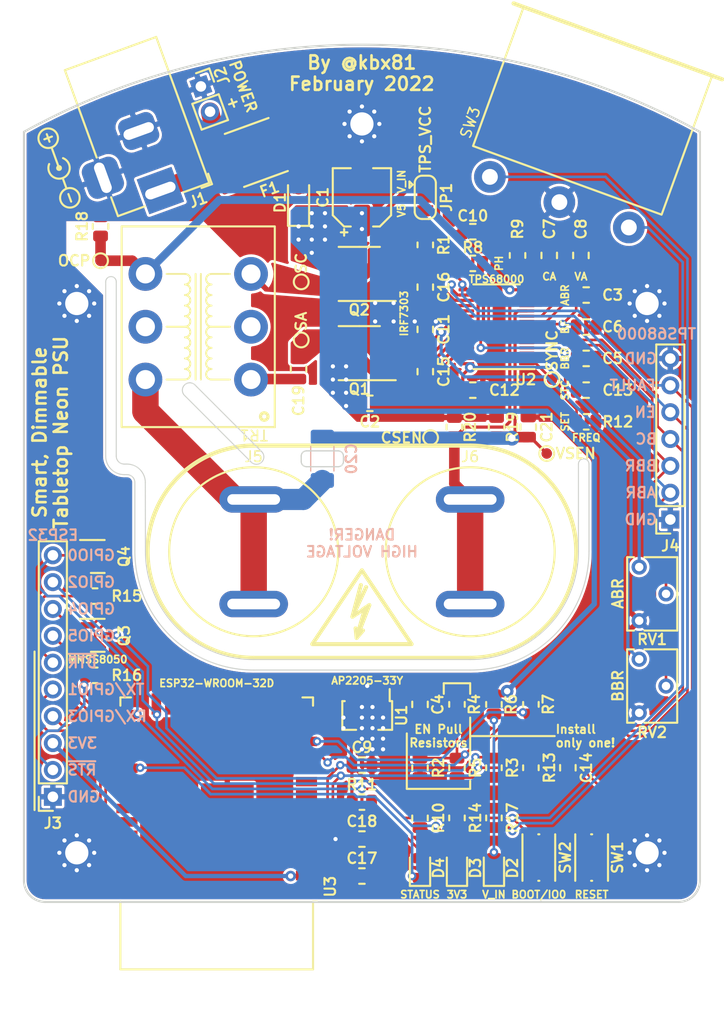
<source format=kicad_pcb>
(kicad_pcb (version 20211014) (generator pcbnew)
  (layers (0 "F.Cu" signal) (31 "B.Cu" signal) (34 "B.Paste" user) (35 "F.Paste" user) (36 "B.SilkS" user "B.Silkscreen") (37 "F.SilkS" user "F.Silkscreen") (38 "B.Mask" user) (39 "F.Mask" user) (44 "Edge.Cuts" user))
  (net 0 "")
  (net 1 "+12V")
  (net 2 "GND")
  (net 3 "/ABR")
  (net 4 "/BBR")
  (net 5 "/BF")
  (net 6 "/CAO")
  (net 7 "/CA-")
  (net 8 "/VA-")
  (net 9 "/VAO")
  (net 10 "+3V3")
  (net 11 "/TPS_VCC")
  (net 12 "/V5")
  (net 13 "/VREF")
  (net 14 "/STC")
  (net 15 "/ESP_EN")
  (net 16 "/SA")
  (net 17 "/V5A")
  (net 18 "/V5C")
  (net 19 "/SC")
  (net 20 "/HV")
  (net 21 "/VSEN")
  (net 22 "Net-(D1-Pad2)")
  (net 23 "Net-(D2-Pad2)")
  (net 24 "Net-(D3-Pad2)")
  (net 25 "/GPIO5")
  (net 26 "Net-(D4-Pad2)")
  (net 27 "Net-(F1-Pad2)")
  (net 28 "/~{RTS}")
  (net 29 "/GPIO3")
  (net 30 "/GPIO1")
  (net 31 "/~{DTR}")
  (net 32 "/GPIO4")
  (net 33 "/GPIO2")
  (net 34 "/GPIO0")
  (net 35 "/BC")
  (net 36 "/TPS_EN")
  (net 37 "/FAULT")
  (net 38 "/CSEN")
  (net 39 "/PH")
  (net 40 "/GA")
  (net 41 "/GB")
  (net 42 "/GD")
  (net 43 "/GC")
  (net 44 "Net-(Q3-Pad1)")
  (net 45 "Net-(Q4-Pad1)")
  (net 46 "/SET")
  (net 47 "/OCP")
  (net 48 "/SYNC")
  (net 51 "/GPI36")
  (net 52 "/GPI39")
  (net 53 "/GPI35")
  (net 54 "/GPIO32")
  (net 55 "/GPIO33")
  (net 56 "/GPIO25")
  (net 57 "/GPIO16")
  (net 58 "/GPIO17")
  (net 59 "/GPIO14")
  (net 60 "/GPIO12")
  (net 61 "/GPIO13")
  (net 68 "/GPIO15")
  (net 69 "/GPIO18")
  (net 70 "/GPIO19")
  (net 72 "/GPIO21")
  (net 73 "/GPIO22")
  (net 74 "/GPIO23")
  (net 75 "/XFMR")
  (footprint "Resistor_SMD:R_0805_2012Metric" (layer "F.Cu") (at 125.25 71 -90)
    (fp_text reference "R18")
    (fp_text value "100")
  )
  (footprint "Resistor_SMD:R_0805_2012Metric" (layer "F.Cu") (at 159 116.25 -90)
    (fp_text reference "R4")
    (fp_text value "100K")
  )
  (footprint "SmartNeonPSU:E-Switch_R1966A‎_7mm_RA" (layer "F.Cu") (at 171.5 61 160)
    (fp_text reference "SW3")
    (fp_text value "CONTROL")
  )
  (footprint "MountingHole:MountingHole_2.2mm_M2_Pad_Via" (layer "F.Cu") (at 177 78.3)
    (fp_text reference "H4")
    (fp_text value "MountingHole_Pad")
  )
  (footprint "Package_SO:TSSOP-30_4.4x7.8mm_P0.5mm" (layer "F.Cu") (at 162.75 80.5 180)
    (fp_text reference "U2")
    (fp_text value "TPS68000")
  )
  (footprint "Button_Switch_SMD:SW_Push_1P1T_NO_CK_KMR2" (layer "F.Cu") (at 166.75 130.75 90)
    (fp_text reference "SW2")
    (fp_text value "BOOT/IO0")
  )
  (footprint "MountingHole:MountingHole_2.2mm_M2_Pad_Via" (layer "F.Cu") (at 177 130.3)
    (fp_text reference "H3")
    (fp_text value "MountingHole_Pad")
  )
  (footprint "Capacitor_SMD:C_0805_2012Metric" (layer "F.Cu") (at 150.75 87.75)
    (fp_text reference "C2")
    (fp_text value "10 uF")
  )
  (footprint "Resistor_SMD:R_0805_2012Metric" (layer "F.Cu") (at 155.5 127 -90)
    (fp_text reference "R10")
    (fp_text value "2K")
  )
  (footprint "Package_TO_SOT_SMD:SOT-23" (layer "F.Cu") (at 124.985688 102.248376)
    (fp_text reference "Q4")
    (fp_text value "MMSS8050")
  )
  (footprint "Package_TO_SOT_SMD:SOT-89-3" (layer "F.Cu") (at 150.5 117 -90)
    (fp_text reference "U1")
    (fp_text value "AP2205-33Y")
  )
  (footprint "Capacitor_SMD:C_0805_2012Metric" (layer "F.Cu") (at 155.5 116.25 -90)
    (fp_text reference "C4")
    (fp_text value "10 uF")
  )
  (footprint "Resistor_SMD:R_0805_2012Metric" (layer "F.Cu") (at 155.5 122.25 -90)
    (fp_text reference "R2")
    (fp_text value "100K")
  )
  (footprint "Jumper:SolderJumper-3_P1.3mm_Bridged12_RoundedPad1.0x1.5mm" (layer "F.Cu") (at 156 68.25 -90)
    (fp_text reference "JP1")
    (fp_text value "TPS_VCC")
  )
  (footprint "Resistor_SMD:R_0805_2012Metric" (layer "F.Cu") (at 156 72.75 -90)
    (fp_text reference "R1")
    (fp_text value "100K")
  )
  (footprint "Capacitor_SMD:C_0805_2012Metric" (layer "F.Cu") (at 171.235688 77.498376)
    (fp_text reference "C3")
    (fp_text value "0.01 uF")
  )
  (footprint "SmartNeonPSU:SpringContact_9.9mm_5mm" (layer "F.Cu") (at 139.75 101.8)
    (fp_text reference "J5")
    (fp_text value "LAMP1+")
  )
  (footprint "TestPoint:TestPoint_Pad_D1.0mm" (layer "F.Cu") (at 144.25 76.25)
    (fp_text reference "TP6")
    (fp_text value "SC")
  )
  (footprint "Package_SO:SOIC-8_3.9x4.9mm_P1.27mm" (layer "F.Cu") (at 149.75 75.5 180)
    (fp_text reference "Q2")
    (fp_text value "IRF7303")
  )
  (footprint "Capacitor_SMD:C_0805_2012Metric" (layer "F.Cu") (at 167.735688 73.748376 -90)
    (fp_text reference "C7")
    (fp_text value "1000 pF")
  )
  (footprint "Resistor_SMD:R_0805_2012Metric" (layer "F.Cu") (at 124.735688 113.498375 180)
    (fp_text reference "R16")
    (fp_text value "10K")
  )
  (footprint "Resistor_SMD:R_0805_2012Metric" (layer "F.Cu") (at 162.75 90 -90)
    (fp_text reference "R19")
    (fp_text value "10K")
  )
  (footprint "SmartNeonPSU:B66206J1106T001" (layer "F.Cu") (at 134.5 80.5 180)
    (fp_text reference "TR1")
    (fp_text value "B66206J1106T001")
  )
  (footprint "LED_SMD:LED_0805_2012Metric" (layer "F.Cu") (at 159 131.75 90)
    (fp_text reference "D3")
    (fp_text value "3V3")
  )
  (footprint "TestPoint:TestPoint_Pad_D1.0mm" (layer "F.Cu") (at 144.25 81.75)
    (fp_text reference "TP5")
    (fp_text value "SA")
  )
  (footprint "Capacitor_SMD:C_0805_2012Metric" (layer "F.Cu") (at 160.5 71.5)
    (fp_text reference "C10")
    (fp_text value "1 uF")
  )
  (footprint "Resistor_SMD:R_0805_2012Metric" (layer "F.Cu") (at 162.5 122.25 90)
    (fp_text reference "R3")
    (fp_text value "100K")
  )
  (footprint "Capacitor_SMD:C_0805_2012Metric" (layer "F.Cu") (at 171.235688 80.528866 180)
    (fp_text reference "C6")
    (fp_text value "0.047 uF")
  )
  (footprint "Capacitor_SMD:C_0805_2012Metric" (layer "F.Cu") (at 171.235688 86.5 180)
    (fp_text reference "C13")
    (fp_text value "1 uF")
  )
  (footprint "Resistor_SMD:R_0805_2012Metric" (layer "F.Cu") (at 158.75 90 -90)
    (fp_text reference "R20")
    (fp_text value "392")
  )
  (footprint "Resistor_SMD:R_0805_2012Metric" (layer "F.Cu") (at 166 122.25 90)
    (fp_text reference "R13")
    (fp_text value "10K")
  )
  (footprint "Potentiometer_THT:Potentiometer_Bourns_3266W_Vertical" (layer "F.Cu") (at 176.253442 111.973376 90)
    (fp_text reference "RV2")
    (fp_text value "200K")
  )
  (footprint "Resistor_SMD:R_0805_2012Metric" (layer "F.Cu") (at 171.235688 89.5)
    (fp_text reference "R12")
    (fp_text value "162K")
  )
  (footprint "Capacitor_SMD:C_0805_2012Metric" (layer "F.Cu") (at 156 80.75 90)
    (fp_text reference "C11")
    (fp_text value "2.2 uF")
  )
  (footprint "Capacitor_SMD:C_0805_2012Metric" (layer "F.Cu") (at 150 122)
    (fp_text reference "C9")
    (fp_text value "2.2 uF")
  )
  (footprint "NeonPSU:Symbol_HighVoltage_Type2_SilkScreenTop_VerySmall" (layer "F.Cu") (at 150 107.75)
    (fp_text reference "REF**")
    (fp_text value "Symbol_HighVoltage_Type2_SilkScreenTop_VerySmall")
  )
  (footprint "Symbol:Symbol_Barrel_Polarity" (layer "F.Cu") (at 121.249998 65.500002 110)
    (fp_text reference "REF**" hide)
    (fp_text value "Symbol_Barrel_Polarity")
  )
  (footprint "LED_SMD:LED_0805_2012Metric" (layer "F.Cu") (at 162.5 131.75 90)
    (fp_text reference "D2")
    (fp_text value "V_IN")
  )
  (footprint "Resistor_SMD:R_0805_2012Metric" (layer "F.Cu") (at 164.735688 73.748376 90)
    (fp_text reference "R9")
    (fp_text value "10K")
  )
  (footprint "Capacitor_SMD:C_0805_2012Metric" (layer "F.Cu") (at 144 84.5 90)
    (fp_text reference "C19")
    (fp_text value "4.7 uF")
  )
  (footprint "TestPoint:TestPoint_Pad_D1.0mm" (layer "F.Cu") (at 156.5 90.999999)
    (fp_text reference "TP1")
    (fp_text value "CSEN")
  )
  (footprint "SmartNeonPSU:SpringContact_9.9mm_5mm" (layer "F.Cu") (at 160.25 101.8)
    (fp_text reference "J6")
    (fp_text value "LAMP1-")
  )
  (footprint "MountingHole:MountingHole_2.2mm_M2_Pad_Via" (layer "F.Cu") (at 123 130.3)
    (fp_text reference "H2")
    (fp_text value "MountingHole_Pad")
  )
  (footprint "Connector_PinSocket_2.54mm:PinSocket_1x07_P2.54mm_Vertical" (layer "F.Cu") (at 179.2 98.749999 180)
    (fp_text reference "J4")
    (fp_text value "TPS_IO")
  )
  (footprint "Resistor_SMD:R_0805_2012Metric" (layer "F.Cu") (at 162.5 116.25 -90)
    (fp_text reference "R6")
    (fp_text value "10K")
  )
  (footprint "Resistor_SMD:R_0805_2012Metric" (layer "F.Cu") (at 160.5 74.5 180)
    (fp_text reference "R8")
    (fp_text value "10K")
  )
  (footprint "Capacitor_SMD:C_0805_2012Metric" (layer "F.Cu") (at 150 132.5)
    (fp_text reference "C17")
    (fp_text value "47 uF")
  )
  (footprint "Resistor_SMD:R_0805_2012Metric" (layer "F.Cu") (at 124.730272 105.998376 180)
    (fp_text reference "R15")
    (fp_text value "10K")
  )
  (footprint "Resistor_SMD:R_0805_2012Metric" (layer "F.Cu") (at 150 125.5)
    (fp_text reference "R11")
    (fp_text value "1K")
  )
  (footprint "LED_SMD:LED_0805_2012Metric" (layer "F.Cu") (at 155.5 131.75 90)
    (fp_text reference "D4")
    (fp_text value "STATUS")
  )
  (footprint "Capacitor_SMD:C_0805_2012Metric" (layer "F.Cu") (at 170.735688 73.748376 90)
    (fp_text reference "C8")
    (fp_text value "0.01 uF")
  )
  (footprint "Connector_PinSocket_2.54mm:PinSocket_1x02_P2.54mm_Vertical" (layer "F.Cu") (at 134.749998 57.750002 20)
    (fp_text reference "J2")
    (fp_text value "POWER")
  )
  (footprint "Capacitor_SMD:C_0805_2012Metric" (layer "F.Cu") (at 160.5 86.5)
    (fp_text reference "C12")
    (fp_text value "0.22 uF")
  )
  (footprint "Capacitor_SMD:C_0805_2012Metric" (layer "F.Cu") (at 171.235688 83.498376)
    (fp_text reference "C5")
    (fp_text value "0.01 uF")
  )
  (footprint "Connector_BarrelJack:BarrelJack_Horizontal" (layer "F.Cu") (at 130.915038 67.608002 -70)
    (fp_text reference "J1")
    (fp_text value "POWER")
  )
  (footprint "Fuse:Fuse_2920_7451Metric" (layer "F.Cu") (at 139.999998 64.000002 -160)
    (fp_text reference "F1")
    (fp_text value "2A")
  )
  (footprint "TestPoint:TestPoint_Pad_D1.0mm" (layer "F.Cu") (at 167.5 92.5)
    (fp_text reference "TP2")
    (fp_text value "VSEN")
  )
  (footprint "Capacitor_SMD:C_0805_2012Metric" (layer "F.Cu") (at 165.75 90 90)
    (fp_text reference "C21")
    (fp_text value "6800 pF")
  )
  (footprint "Resistor_SMD:R_0805_2012Metric" (layer "F.Cu") (at 166 116.25 -90)
    (fp_text reference "R7")
    (fp_text value "10K")
  )
  (footprint "Resistor_SMD:R_0805_2012Metric" (layer "F.Cu") (at 162.5 127 -90)
    (fp_text reference "R17")
    (fp_text value "10K")
  )
  (footprint "MountingHole:MountingHole_2.2mm_M2_Pad_Via" (layer "F.Cu") (at 150 61.3)
    (fp_text reference "H5")
    (fp_text value "MountingHole_Pad")
  )
  (footprint "TestPoint:TestPoint_Pad_D1.0mm" (layer "F.Cu") (at 168 85.5)
    (fp_text reference "TP3")
    (fp_text value "SYNC")
  )
  (footprint "MountingHole:MountingHole_2.2mm_M2_Pad_Via" (layer "F.Cu") (at 123 78.3)
    (fp_text reference "H1")
    (fp_text value "MountingHole_Pad")
  )
  (footprint "Resistor_SMD:R_0805_2012Metric" (layer "F.Cu") (at 159 127 -90)
    (fp_text reference "R14")
    (fp_text value "10K")
  )
  (footprint "RF_Module:ESP32-WROOM-32" (layer "F.Cu") (at 136.25 125.471736 180)
    (fp_text reference "U3")
    (fp_text value "ESP32-WROOM-32D")
  )
  (footprint "Capacitor_SMD:C_0805_2012Metric" (layer "F.Cu") (at 169.5 122.25 -90)
    (fp_text reference "C14")
    (fp_text value "1 uF")
  )
  (footprint "TestPoint:TestPoint_Pad_D1.0mm" (layer "F.Cu") (at 125.25 74.25 180)
    (fp_text reference "TP4")
    (fp_text value "OCP")
  )
  (footprint "Potentiometer_THT:Potentiometer_Bourns_3266W_Vertical" (layer "F.Cu") (at 176.253442 103.248376 90)
    (fp_text reference "RV1")
    (fp_text value "200K")
  )
  (footprint "Package_TO_SOT_SMD:SOT-23" (layer "F.Cu") (at 124.985688 109.712759)
    (fp_text reference "Q3")
    (fp_text value "MMSS8050")
  )
  (footprint "Button_Switch_SMD:SW_Push_1P1T_NO_CK_KMR2" (layer "F.Cu") (at 171.75 130.75 -90)
    (fp_text reference "SW1")
    (fp_text value "RESET")
  )
  (footprint "Capacitor_SMD:C_0805_2012Metric" (layer "F.Cu") (at 156 84.75 90)
    (fp_text reference "C15")
    (fp_text value "1 uF")
  )
  (footprint "Capacitor_SMD:C_0805_2012Metric" (layer "F.Cu") (at 150 129)
    (fp_text reference "C18")
    (fp_text value "47 uF")
  )
  (footprint "Capacitor_SMD:C_0805_2012Metric" (layer "F.Cu") (at 156 76.75 90)
    (fp_text reference "C16")
    (fp_text value "1 uF")
  )
  (footprint "Resistor_SMD:R_0805_2012Metric" (layer "F.Cu") (at 159 122.25 90)
    (fp_text reference "R5")
    (fp_text value "100K")
  )
  (footprint "Package_SO:SOIC-8_3.9x4.9mm_P1.27mm" (layer "F.Cu") (at 149.75 83 180)
    (fp_text reference "Q1")
    (fp_text value "IRF7303")
  )
  (footprint "Diode_SMD:D_SOD-123F" (layer "F.Cu") (at 143.999998 68.750002 90)
    (fp_text reference "D1")
    (fp_text value "N/A")
  )
  (footprint "Capacitor_SMD:CP_Elec_5x5.3" (layer "F.Cu") (at 150 68.25 90)
    (fp_text reference "C1")
    (fp_text value "100 uF")
  )
  (footprint "Connector_PinSocket_2.54mm:PinSocket_1x10_P2.54mm_Vertical" (layer "F.Cu") (at 120.735688 124.998376 180)
    (fp_text reference "J3")
    (fp_text value "SERIAL+GPIO")
  )
  (footprint "Capacitor_SMD:C_1808_4520Metric_Slot" (layer "B.Cu") (at 146.25 93 90)
    (fp_text reference "C20")
    (fp_text value "10 pF")
    (fp_line (start -0.75 -1.5) (end -0.75 1.5) (layer "Edge.Cuts") (width 0.12))
    (fp_line (start 0.75 1.5) (end 0.75 -1.5) (layer "Edge.Cuts") (width 0.12))
    (fp_line (start -0.25 2) (end 0.25 2) (layer "Edge.Cuts") (width 0.12))
    (fp_line (start 0.25 -2) (end -0.25 -2) (layer "Edge.Cuts") (width 0.12))
    (fp_arc (start 0.75 1.5) (mid 0.603553 1.853553) (end 0.25 2) (layer "Edge.Cuts") (width 0.12))
    (fp_arc (start -0.75 -1.5) (mid -0.603553 -1.853553) (end -0.25 -2) (layer "Edge.Cuts") (width 0.12))
    (fp_arc (start -0.25 2) (mid -0.603553 1.853553) (end -0.75 1.5) (layer "Edge.Cuts") (width 0.12))
    (fp_arc (start 0.25 -2) (mid 0.603553 -1.853553) (end 0.75 -1.5) (layer "Edge.Cuts") (width 0.12))
  )
  (gr_line (start 154.25 118.999998) (end 154.25 124.249998) (layer "F.SilkS") (width 0.2))
  (gr_line (start 119 126.25) (end 119 111.25) (layer "F.SilkS") (width 0.2))
  (gr_line (start 160.25 124.249998) (end 160.25 123.499998) (layer "F.SilkS") (width 0.2))
  (gr_arc (start 139.75 111.85) (mid 129.7 101.8) (end 139.75 91.75) (layer "F.SilkS") (width 0.4))
  (gr_line (start 139.75 111.85) (end 160.25 111.85) (layer "F.SilkS") (width 0.4))
  (gr_line (start 154.25 124.249998) (end 160.25 124.249998) (layer "F.SilkS") (width 0.2))
  (gr_line (start 160.25 114.249998) (end 157.75 114.249998) (layer "F.SilkS") (width 0.2))
  (gr_line (start 160.25 120.999998) (end 160.25 117.499998) (layer "F.SilkS") (width 0.2))
  (gr_arc (start 160.25 91.75) (mid 170.3 101.8) (end 160.25 111.85) (layer "F.SilkS") (width 0.4))
  (gr_line (start 139.75 91.75) (end 160.25 91.75) (layer "F.SilkS") (width 0.4))
  (gr_line (start 160.25 119.25) (end 168.25 119.25) (layer "F.SilkS") (width 0.2))
  (gr_line (start 157.75 114.249998) (end 157.75 115.249998) (layer "F.SilkS") (width 0.2))
  (gr_line (start 160.25 115.249998) (end 160.25 114.249998) (layer "F.SilkS") (width 0.2))
  (gr_arc (start 182 132.951866) (mid 181.413827 134.365146) (end 180 134.95) (layer "Edge.Cuts") (width 0.2))
  (gr_arc (start 127.749709 94.5) (mid 128.280184 94.71961) (end 128.5 95.25) (layer "Edge.Cuts") (width 0.1))
  (gr_line (start 182 132.951866) (end 182 62.047951) (layer "Edge.Cuts") (width 0.2))
  (gr_arc (start 170.5 93.5) (mid 171 93) (end 171.5 93.5) (layer "Edge.Cuts") (width 0.1))
  (gr_line (start 126.738519 92.750002) (end 126.739454 76.250002) (layer "Edge.Cuts") (width 0.1))
  (gr_arc (start 171.5 101.75) (mid 168.204951 109.704951) (end 160.25 113) (layer "Edge.Cuts") (width 0.1))
  (gr_line (start 139.75 112) (end 160.25 112) (layer "Edge.Cuts") (width 0.1))
  (gr_arc (start 139.75 112) (mid 132.502155 108.997845) (end 129.5 101.75) (layer "Edge.Cuts") (width 0.1))
  (gr_arc (start 139.749998 113) (mid 131.795047 109.704951) (end 128.499998 101.75) (layer "Edge.Cuts") (width 0.1))
  (gr_line (start 171.5 101.75) (end 171.5 93.5) (layer "Edge.Cuts") (width 0.1))
  (gr_line (start 134.225274 86.042457) (end 140.475274 92.292457) (layer "Edge.Cuts") (width 0.1))
  (gr_arc (start 127.489454 94.500002) (mid 126.252019 93.987595) (end 125.739994 92.750002) (layer "Edge.Cuts") (width 0.1))
  (gr_line (start 129.5 101.75) (end 129.489454 95.249959) (layer "Edge.Cuts") (width 0.1))
  (gr_arc (start 133.235688 87.033273) (mid 133.202687 86.010727) (end 134.225274 86.042457) (layer "Edge.Cuts") (width 0.1))
  (gr_line (start 133.235688 87.033273) (end 139.485688 93.283273) (layer "Edge.Cuts") (width 0.1))
  (gr_arc (start 120 134.95) (mid 118.585786 134.364213) (end 118 132.949998) (layer "Edge.Cuts") (width 0.2))
  (gr_line (start 127.48881 93.500002) (end 127.739994 93.499959) (layer "Edge.Cuts") (width 0.1))
  (gr_line (start 120 134.95) (end 180 134.95) (layer "Edge.Cuts") (width 0.2))
  (gr_arc (start 170.5 101.75) (mid 167.497845 108.997845) (end 160.25 112) (layer "Edge.Cuts") (width 0.1))
  (gr_arc (start 127.48881 93.500002) (mid 126.958335 93.280392) (end 126.738519 92.750002) (layer "Edge.Cuts") (width 0.1))
  (gr_arc (start 140.475274 92.292457) (mid 140.508275 93.315003) (end 139.485688 93.283273) (layer "Edge.Cuts") (width 0.1))
  (gr_line (start 170.5 101.75) (end 170.5 93.5) (layer "Edge.Cuts") (width 0.1))
  (gr_arc (start 118 62.047951) (mid 150 53.801975) (end 182 62.047951) (layer "Edge.Cuts") (width 0.2))
  (gr_line (start 139.749998 113) (end 160.25 113) (layer "Edge.Cuts") (width 0.1))
  (gr_line (start 125.739994 92.750002) (end 125.739454 76.250002) (layer "Edge.Cuts") (width 0.1))
  (gr_line (start 128.499998 101.75) (end 128.5 95.25) (layer "Edge.Cuts") (width 0.1))
  (gr_line (start 118 62.047951) (end 118 132.949998) (layer "Edge.Cuts") (width 0.2))
  (gr_arc (start 127.739994 93.499959) (mid 128.977429 94.012366) (end 129.489454 95.249959) (layer "Edge.Cuts") (width 0.1))
  (gr_line (start 127.489454 94.500002) (end 127.749709 94.5) (layer "Edge.Cuts") (width 0.1))
  (gr_arc (start 125.739454 76.250002) (mid 126.239454 75.750002) (end 126.739454 76.250002) (layer "Edge.Cuts") (width 0.1))
  (gr_text "DANGER!\nHIGH VOLTAGE" (at 150 101) (layer "B.SilkS") (effects (font (size 1 1) (thickness 0.2)) (justify mirror)))
  (gr_text "By @kbx81\nFebruary 2022" (at 149.985688 56.498376) (layer "F.SilkS") (effects (font (size 1.25 1.25) (thickness 0.25))))
  (gr_text "Install\nonly one!" (at 168.25 119.25) (layer "F.SilkS") (effects (font (size 0.8 0.8) (thickness 0.18)) (justify left)))
  (gr_text "EN Pull\nResistors" (at 157.25 119.249998) (layer "F.SilkS") (effects (font (size 0.8 0.8) (thickness 0.18))))
  (gr_text "Smart, Dimmable\nTabletop Neon PSU" (at 120.485688 90.498376 90) (layer "F.SilkS") (effects (font (size 1.25 1.25) (thickness 0.25))))
  (segment (start 163.4125 115.3375) (end 162.5 115.3375) (width 0.5) (layer "F.Cu") (net 1))
  (segment (start 155.5375 115.3375) (end 155.5 115.3) (width 0.5) (layer "F.Cu") (net 1))
  (segment (start 151.3 70.45) (end 154.8 66.95) (width 0.5) (layer "F.Cu") (net 1))
  (segment (start 155.45 115.35) (end 155.5 115.3) (width 0.5) (layer "F.Cu") (net 1))
  (segment (start 154.8 66.95) (end 156 66.95) (width 0.5) (layer "F.Cu") (net 1))
  (segment (start 152 115.35) (end 155.45 115.35) (width 0.5) (layer "F.Cu") (net 1))
  (segment (start 163.75 115) (end 163.4125 115.3375) (width 0.5) (layer "F.Cu") (net 1))
  (segment (start 150 70.45) (end 151.3 70.45) (width 0.5) (layer "F.Cu") (net 1))
  (segment (start 159 115.3375) (end 162.5 115.3375) (width 0.5) (layer "F.Cu") (net 1))
  (segment (start 159 115.3375) (end 155.5375 115.3375) (width 0.5) (layer "F.Cu") (net 1))
  (via (at 147.25 86.75) (size 0.8) (drill 0.4) (layers "F.Cu" "B.Cu") (net 1))
  (via (at 145.249998 73.500002) (size 0.8) (drill 0.4) (layers "F.Cu" "B.Cu") (net 1))
  (via (at 144 72.25) (size 0.8) (drill 0.4) (layers "F.Cu" "B.Cu") (net 1))
  (via (at 146.499998 71.000002) (size 0.8) (drill 0.4) (layers "F.Cu" "B.Cu") (net 1))
  (via (at 145.25 69.75) (size 0.8) (drill 0.4) (layers "F.Cu" "B.Cu") (net 1))
  (via (at 145.25 71) (size 0.8) (drill 0.4) (layers "F.Cu" "B.Cu") (net 1))
  (via (at 144 71) (size 0.8) (drill 0.4) (layers "F.Cu" "B.Cu") (net 1))
  (via (at 146.499998 72.250002) (size 0.8) (drill 0.4) (layers "F.Cu" "B.Cu") (net 1))
  (via (at 150 69.75) (size 0.8) (drill 0.4) (layers "F.Cu" "B.Cu") (net 1))
  (via (at 163.75 115) (size 1.2) (drill 0.6) (layers "F.Cu" "B.Cu") (net 1))
  (via (at 145.25 72.25) (size 0.8) (drill 0.4) (layers "F.Cu" "B.Cu") (net 1))
  (via (at 148.5 85.5) (size 0.8) (drill 0.4) (layers "F.Cu" "B.Cu") (net 1))
  (via (at 147.25 84.25) (size 0.8) (drill 0.4) (layers "F.Cu" "B.Cu") (net 1))
  (via (at 150 71.25) (size 0.8) (drill 0.4) (layers "F.Cu" "B.Cu") (net 1))
  (via (at 147.25 85.5) (size 0.8) (drill 0.4) (layers "F.Cu" "B.Cu") (net 1))
  (via (at 148.5 84.25) (size 0.8) (drill 0.4) (layers "F.Cu" "B.Cu") (net 1))
  (via (at 146.499998 69.750002) (size 0.8) (drill 0.4) (layers "F.Cu" "B.Cu") (net 1))
  (via (at 148.5 88) (size 0.8) (drill 0.4) (layers "F.Cu" "B.Cu") (net 1))
  (via (at 148.5 86.75) (size 0.8) (drill 0.4) (layers "F.Cu" "B.Cu") (net 1))
  (segment (start 172 93) (end 167.498376 88.498376) (width 0.5) (layer "B.Cu") (net 1))
  (segment (start 172 106.75) (end 172 93) (width 0.5) (layer "B.Cu") (net 1))
  (segment (start 167.498376 88.498376) (end 148.998376 88.498376) (width 0.5) (layer "B.Cu") (net 1))
  (segment (start 163.75 115) (end 172 106.75) (width 0.5) (layer "B.Cu") (net 1))
  (segment (start 148.998376 88.498376) (end 148.5 88) (width 0.5) (layer "B.Cu") (net 1))
  (segment (start 161 83.5) (end 161.45 83.95) (width 0.25) (layer "F.Cu") (net 2))
  (segment (start 156.8 79.8) (end 157 80) (width 0.25) (layer "F.Cu") (net 2))
  (segment (start 156 79.8) (end 156.8 79.8) (width 0.25) (layer "F.Cu") (net 2))
  (segment (start 161.45 83.95) (end 161.45 86.5) (width 0.25) (layer "F.Cu") (net 2))
  (segment (start 159.8875 80) (end 157 80) (width 0.25) (layer "F.Cu") (net 2))
  (segment (start 159.8875 83.5) (end 161 83.5) (width 0.25) (layer "F.Cu") (net 2))
  (via (at 153 80) (size 0.8) (drill 0.4) (layers "F.Cu" "B.Cu") (net 2))
  (via (at 150 116.499998) (size 0.8) (drill 0.4) (layers "F.Cu" "B.Cu") (net 2))
  (via (at 148.25 117.499998) (size 0.8) (drill 0.4) (layers "F.Cu" "B.Cu") (net 2))
  (via (at 150.5 114.499998) (size 0.8) (drill 0.4) (layers "F.Cu" "B.Cu") (net 2))
  (via (at 150 120.499998) (size 0.8) (drill 0.4) (layers "F.Cu" "B.Cu") (net 2))
  (via (at 153 78.25) (size 0.8) (drill 0.4) (layers "F.Cu" "B.Cu") (net 2))
  (via (at 151 119.499998) (size 0.8) (drill 0.4) (layers "F.Cu" "B.Cu") (net 2))
  (via (at 151.25 78.25) (size 0.8) (drill 0.4) (layers "F.Cu" "B.Cu") (net 2))
  (via (at 155 80) (size 0.8) (drill 0.4) (layers "F.Cu" "B.Cu") (net 2))
  (via (at 157 80) (size 0.8) (drill 0.4) (layers "F.Cu" "B.Cu") (net 2))
  (via (at 147.5 129) (size 0.8) (drill 0.4) (layers "F.Cu" "B.Cu") (net 2))
  (via (at 150 118.499998) (size 0.8) (drill 0.4) (layers "F.Cu" "B.Cu") (net 2))
  (via (at 152 117.499998) (size 0.8) (drill 0.4) (layers "F.Cu" "B.Cu") (net 2))
  (via (at 151 117.499998) (size 0.8) (drill 0.4) (layers "F.Cu" "B.Cu") (net 2))
  (via (at 152 120.499998) (size 0.8) (drill 0.4) (layers "F.Cu" "B.Cu") (net 2))
  (via (at 150 117.499998) (size 0.8) (drill 0.4) (layers "F.Cu" "B.Cu") (net 2))
  (via (at 151 120.499998) (size 0.8) (drill 0.4) (layers "F.Cu" "B.Cu") (net 2))
  (via (at 150 119.499998) (size 0.8) (drill 0.4) (layers "F.Cu" "B.Cu") (net 2))
  (via (at 148.25 118.499998) (size 0.8) (drill 0.4) (layers "F.Cu" "B.Cu") (net 2))
  (via (at 152 118.499998) (size 0.8) (drill 0.4) (layers "F.Cu" "B.Cu") (net 2))
  (via (at 151.25 80) (size 0.8) (drill 0.4) (layers "F.Cu" "B.Cu") (net 2))
  (via (at 151 116.499998) (size 0.8) (drill 0.4) (layers "F.Cu" "B.Cu") (net 2))
  (via (at 151 118.499998) (size 0.8) (drill 0.4) (layers "F.Cu" "B.Cu") (net 2))
  (via (at 152 119.499998) (size 0.8) (drill 0.4) (layers "F.Cu" "B.Cu") (net 2))
  (segment (start 178.793442 100.55613) (end 178.793442 105.788376) (width 0.25) (layer "F.Cu") (net 3))
  (segment (start 168.25 80.25) (end 169 80.25) (width 0.25) (layer "F.Cu") (net 3))
  (segment (start 170.285688 78.964312) (end 169 80.25) (width 0.25) (layer "F.Cu") (net 3))
  (segment (start 165.6125 80.5) (end 168 80.5) (width 0.25) (layer "F.Cu") (net 3))
  (segment (start 177.985688 97.424311) (end 177.985688 99.748376) (width 0.25) (layer "F.Cu") (net 3))
  (segment (start 177.985688 99.748376) (end 178.793442 100.55613) (width 0.25) (layer "F.Cu") (net 3))
  (segment (start 168 80.5) (end 168.25 80.25) (width 0.25) (layer "F.Cu") (net 3))
  (segment (start 179.2 96.209999) (end 177.985688 97.424311) (width 0.25) (layer "F.Cu") (net 3))
  (segment (start 170.285688 77.498376) (end 170.285688 78.964312) (width 0.25) (layer "F.Cu") (net 3))
  (via (at 169 80.25) (size 0.8) (drill 0.4) (layers "F.Cu" "B.Cu") (net 3))
  (segment (start 169.987312 80.25) (end 177.735688 87.998376) (width 0.25) (layer "B.Cu") (net 3))
  (segment (start 177.735688 87.998376) (end 177.735688 94.745687) (width 0.25) (layer "B.Cu") (net 3))
  (segment (start 177.735688 94.745687) (end 179.2 96.209999) (width 0.25) (layer "B.Cu") (net 3))
  (segment (start 169 80.25) (end 169.987312 80.25) (width 0.25) (layer "B.Cu") (net 3))
  (segment (start 177.735688 106.498376) (end 177.735688 100.270413) (width 0.25) (layer "F.Cu") (net 4))
  (segment (start 170.985688 82.248376) (end 172.485688 82.248376) (width 0.25) (layer "F.Cu") (net 4))
  (segment (start 177.485688 100.020413) (end 177.485688 95.384311) (width 0.25) (layer "F.Cu") (net 4))
  (segment (start 178.793442 114.513376) (end 178.793442 107.55613) (width 0.25) (layer "F.Cu") (net 4))
  (segment (start 178.793442 107.55613) (end 177.735688 106.498376) (width 0.25) (layer "F.Cu") (net 4))
  (segment (start 177.485688 91.955687) (end 179.2 93.669999) (width 0.25) (layer "F.Cu") (net 4))
  (segment (start 165.6125 82) (end 169.25 82) (width 0.25) (layer "F.Cu") (net 4))
  (segment (start 172.485688 82.248376) (end 177.485688 87.248376) (width 0.25) (layer "F.Cu") (net 4))
  (segment (start 177.485688 95.384311) (end 179.2 93.669999) (width 0.25) (layer "F.Cu") (net 4))
  (segment (start 177.485688 87.248376) (end 177.485688 91.955687) (width 0.25) (layer "F.Cu") (net 4))
  (segment (start 177.735688 100.270413) (end 177.485688 100.020413) (width 0.25) (layer "F.Cu") (net 4))
  (segment (start 170.285688 83.498376) (end 170.285688 83.035688) (width 0.25) (layer "F.Cu") (net 4))
  (segment (start 170.285688 83.498376) (end 170.285688 82.948376) (width 0.25) (layer "F.Cu") (net 4))
  (segment (start 169.25 82) (end 170.285688 83.035688) (width 0.25) (layer "F.Cu") (net 4))
  (segment (start 170.285688 82.948376) (end 170.985688 82.248376) (width 0.25) (layer "F.Cu") (net 4))
  (segment (start 165.6125 81) (end 169.814554 81) (width 0.25) (layer "F.Cu") (net 5))
  (segment (start 169.814554 81) (end 170.285688 80.528866) (width 0.25) (layer "F.Cu") (net 5))
  (segment (start 166.484064 78) (end 167.735688 76.748376) (width 0.25) (layer "F.Cu") (net 6))
  (segment (start 165.6125 78) (end 166.484064 78) (width 0.25) (layer "F.Cu") (net 6))
  (segment (start 167.735688 76.748376) (end 167.735688 74.698376) (width 0.25) (layer "F.Cu") (net 6))
  (segment (start 168.235688 76.248376) (end 168.985688 75.498376) (width 0.25) (layer "F.Cu") (net 7))
  (segment (start 168.235688 77.248376) (end 168.235688 76.248376) (width 0.25) (layer "F.Cu") (net 7))
  (segment (start 168.985688 73.748376) (end 168.035688 72.798376) (width 0.25) (layer "F.Cu") (net 7))
  (segment (start 168.985688 75.498376) (end 168.985688 73.748376) (width 0.25) (layer "F.Cu") (net 7))
  (segment (start 166.984064 78.5) (end 168.235688 77.248376) (width 0.25) (layer "F.Cu") (net 7))
  (segment (start 165.6125 78.5) (end 166.984064 78.5) (width 0.25) (layer "F.Cu") (net 7))
  (segment (start 168.035688 72.798376) (end 167.735688 72.798376) (width 0.25) (layer "F.Cu") (net 7))
  (segment (start 166.984064 79.5) (end 165.6125 79.5) (width 0.25) (layer "F.Cu") (net 8))
  (segment (start 168.735688 77.748376) (end 166.984064 79.5) (width 0.25) (layer "F.Cu") (net 8))
  (segment (start 170.735688 72.798376) (end 170.435688 72.798376) (width 0.25) (layer "F.Cu") (net 8))
  (segment (start 170.435688 72.798376) (end 169.686168 73.547896) (width 0.25) (layer "F.Cu") (net 8))
  (segment (start 169.686168 73.547896) (end 169.686168 75.797896) (width 0.25) (layer "F.Cu") (net 8))
  (segment (start 169.686168 75.797896) (end 168.735688 76.748376) (width 0.25) (layer "F.Cu") (net 8))
  (segment (start 168.735688 76.748376) (end 168.735688 77.748376) (width 0.25) (layer "F.Cu") (net 8))
  (segment (start 169.235688 76.998376) (end 169.235688 78.248376) (width 0.25) (layer "F.Cu") (net 9))
  (segment (start 169.235688 78.248376) (end 167.484064 80) (width 0.25) (layer "F.Cu") (net 9))
  (segment (start 167.484064 80) (end 165.6125 80) (width 0.25) (layer "F.Cu") (net 9))
  (segment (start 170.735688 74.698376) (end 170.735688 75.498376) (width 0.25) (layer "F.Cu") (net 9))
  (segment (start 170.735688 75.498376) (end 169.235688 76.998376) (width 0.25) (layer "F.Cu") (net 9))
  (segment (start 159 123.1625) (end 162.5 123.1625) (width 0.3) (layer "F.Cu") (net 10))
  (segment (start 149.05 129) (end 149.05 125.5375) (width 0.3) (layer "F.Cu") (net 10))
  (segment (start 149.05 122) (end 149.05 122.05) (width 0.3) (layer "F.Cu") (net 10))
  (segment (start 149.05 122.05) (end 150.75 123.75) (width 0.3) (layer "F.Cu") (net 10))
  (segment (start 149.05 132.5) (end 149.05 129) (width 0.3) (layer "F.Cu") (net 10))
  (segment (start 159 126.0875) (end 162.5 126.0875) (width 0.3) (layer "F.Cu") (net 10))
  (segment (start 149 115.35) (end 149 121.95) (width 0.3) (layer "F.Cu") (net 10))
  (segment (start 144.706736 132.5) (end 144.75 132.456736) (width 0.4) (layer "F.Cu") (net 10))
  (segment (start 155.5 126.0875) (end 159 126.0875) (width 0.3) (layer "F.Cu") (net 10))
  (segment (start 153.8375 126.0875) (end 155.5 126.0875) (width 0.3) (layer "F.Cu") (net 10))
  (segment (start 150.75 123.75) (end 151.5 123.75) (width 0.3) (layer "F.Cu") (net 10))
  (segment (start 144.75 132.456736) (end 149.006736 132.456736) (width 0.4) (layer "F.Cu") (net 10))
  (segment (start 149.05 125.5375) (end 149.0875 125.5) (width 0.3) (layer "F.Cu") (net 10))
  (segment (start 149.006736 132.456736) (end 149.05 132.5) (width 0.4) (layer "F.Cu") (net 10))
  (segment (start 151.5 123.75) (end 153.8375 126.0875) (width 0.3) (layer "F.Cu") (net 10))
  (segment (start 143.25 132.5) (end 144.706736 132.5) (width 0.4) (layer "F.Cu") (net 10))
  (segment (start 162.5 123.1625) (end 166 123.1625) (width 0.3) (layer "F.Cu") (net 10))
  (segment (start 149.05 125.4625) (end 149.05 122) (width 0.3) (layer "F.Cu") (net 10))
  (segment (start 159 126.0875) (end 159 123.1625) (width 0.3) (layer "F.Cu") (net 10))
  (segment (start 149.0875 125.5) (end 149.05 125.4625) (width 0.3) (layer "F.Cu") (net 10))
  (segment (start 149 121.95) (end 149.05 122) (width 0.3) (layer "F.Cu") (net 10))
  (via (at 143.25 132.5) (size 1) (drill 0.5) (layers "F.Cu" "B.Cu") (net 10))
  (segment (start 120.735688 119.918376) (end 133.317312 132.5) (width 0.4) (layer "B.Cu") (net 10))
  (segment (start 133.317312 132.5) (end 143.25 132.5) (width 0.4) (layer "B.Cu") (net 10))
  (segment (start 159.55 72.8) (end 159.55 71.5) (width 0.3) (layer "F.Cu") (net 11))
  (segment (start 161.509214 80.422563) (end 161.509214 76.509214) (width 0.3) (layer "F.Cu") (net 11))
  (segment (start 158.5 71.5) (end 159.55 71.5) (width 0.3) (layer "F.Cu") (net 11))
  (segment (start 157.25 70.25) (end 158.5 71.5) (width 0.3) (layer "F.Cu") (net 11))
  (segment (start 160.931777 81) (end 161.509214 80.422563) (width 0.3) (layer "F.Cu") (net 11))
  (segment (start 157.25 68.5) (end 157.25 70.25) (width 0.3) (layer "F.Cu") (net 11))
  (segment (start 159.8875 81) (end 160.931777 81) (width 0.3) (layer "F.Cu") (net 11))
  (segment (start 157 68.25) (end 157.25 68.5) (width 0.3) (layer "F.Cu") (net 11))
  (segment (start 160.5 73.75) (end 159.55 72.8) (width 0.3) (layer "F.Cu") (net 11))
  (segment (start 161.509214 76.509214) (end 160.5 75.5) (width 0.3) (layer "F.Cu") (net 11))
  (segment (start 160.5 75.5) (end 160.5 73.75) (width 0.3) (layer "F.Cu") (net 11))
  (segment (start 156 68.25) (end 157 68.25) (width 0.3) (layer "F.Cu") (net 11))
  (segment (start 160.725361 80.5) (end 161 80.225361) (width 0.3) (layer "F.Cu") (net 12))
  (segment (start 159.8875 80.5) (end 160.725361 80.5) (width 0.3) (layer "F.Cu") (net 12))
  (segment (start 156 81.7) (end 156.8 81.7) (width 0.3) (layer "F.Cu") (net 12))
  (segment (start 156.8 81.7) (end 157.5 81) (width 0.3) (layer "F.Cu") (net 12))
  (segment (start 161 80.225361) (end 161 76.75) (width 0.3) (layer "F.Cu") (net 12))
  (segment (start 159.8875 80.5) (end 158 80.5) (width 0.3) (layer "F.Cu") (net 12))
  (segment (start 161 76.75) (end 159.5875 75.3375) (width 0.3) (layer "F.Cu") (net 12))
  (segment (start 159.5875 75.3375) (end 159.5875 74.5) (width 0.3) (layer "F.Cu") (net 12))
  (segment (start 158.6625 74.5) (end 159.5875 74.5) (width 0.3) (layer "F.Cu") (net 12))
  (segment (start 156 71.8375) (end 158.6625 74.5) (width 0.3) (layer "F.Cu") (net 12))
  (segment (start 156 71.8375) (end 156 69.55) (width 0.3) (layer "F.Cu") (net 12))
  (segment (start 158 80.5) (end 157.5 81) (width 0.3) (layer "F.Cu") (net 12))
  (via (at 157.5 81) (size 1) (drill 0.5) (layers "F.Cu" "B.Cu") (net 12))
  (segment (start 175.485688 93.248376) (end 175.485688 102.248376) (width 0.3) (layer "B.Cu") (net 12))
  (segment (start 157.5 81) (end 157.5 83.012688) (width 0.3) (layer "B.Cu") (net 12))
  (segment (start 167.485688 85.248376) (end 175.485688 93.248376) (width 0.3) (layer "B.Cu") (net 12))
  (segment (start 159.735688 85.248376) (end 167.485688 85.248376) (width 0.3) (layer "B.Cu") (net 12))
  (segment (start 157.5 83.012688) (end 159.735688 85.248376) (width 0.3) (layer "B.Cu") (net 12))
  (segment (start 175.183931 110.903865) (end 176.253442 111.973376) (width 0.3) (layer "B.Cu") (net 12))
  (segment (start 175.485688 102.248376) (end 175.183931 102.550133) (width 0.3) (layer "B.Cu") (net 12))
  (segment (start 175.183931 102.550133) (end 175.183931 110.903865) (width 0.3) (layer "B.Cu") (net 12))
  (segment (start 159.55 85.0495) (end 160.25 84.3495) (width 0.3) (layer "F.Cu") (net 13))
  (segment (start 159.55 86.5) (end 159.55 85.0495) (width 0.3) (layer "F.Cu") (net 13))
  (via (at 160.25 84.3495) (size 1) (drill 0.5) (layers "F.Cu" "B.Cu") (net 13))
  (segment (start 167.586812 84.3495) (end 176.253442 93.01613) (width 0.3) (layer "B.Cu") (net 13))
  (segment (start 176.253442 93.01613) (end 176.253442 103.248376) (width 0.3) (layer "B.Cu") (net 13))
  (segment (start 160.25 84.3495) (end 167.586812 84.3495) (width 0.3) (layer "B.Cu") (net 13))
  (segment (start 170.285688 86.5) (end 170.285688 85.285688) (width 0.25) (layer "F.Cu") (net 14))
  (segment (start 170.285688 85.285688) (end 168 83) (width 0.25) (layer "F.Cu") (net 14))
  (segment (start 168 83) (end 165.6125 83) (width 0.25) (layer "F.Cu") (net 14))
  (segment (start 166 121.3375) (end 165.9125 121.3375) (width 0.25) (layer "F.Cu") (net 15))
  (segment (start 125.923188 109.712759) (end 126.79658 109.712759) (width 0.25) (layer "F.Cu") (net 15))
  (segment (start 146.25 130.936736) (end 146.25 128) (width 0.25) (layer "F.Cu") (net 15))
  (segment (start 147.25 123.75) (end 148 123) (width 0.25) (layer "F.Cu") (net 15))
  (segment (start 172.55 124.05) (end 172.55 128.7) (width 0.25) (layer "F.Cu") (net 15))
  (segment (start 165 122.25) (end 161 122.25) (width 0.25) (layer "F.Cu") (net 15))
  (segment (start 146.25 128) (end 147.25 127) (width 0.25) (layer "F.Cu") (net 15))
  (segment (start 147.25 127) (end 147.25 123.75) (width 0.25) (layer "F.Cu") (net 15))
  (segment (start 165.9125 121.3375) (end 165 122.25) (width 0.25) (layer "F.Cu") (net 15))
  (segment (start 144.75 131.186736) (end 146 131.186736) (width 0.25) (layer "F.Cu") (net 15))
  (segment (start 169.8 121.3) (end 172.55 124.05) (width 0.25) (layer "F.Cu") (net 15))
  (segment (start 172.55 132.8) (end 172.55 128.7) (width 0.25) (layer "F.Cu") (net 15))
  (segment (start 169.5 121.3) (end 169.8 121.3) (width 0.25) (layer "F.Cu") (net 15))
  (segment (start 146 131.186736) (end 146.25 130.936736) (width 0.25) (layer "F.Cu") (net 15))
  (segment (start 169.4625 121.3375) (end 169.5 121.3) (width 0.25) (layer "F.Cu") (net 15))
  (segment (start 166 121.3375) (end 169.4625 121.3375) (width 0.25) (layer "F.Cu") (net 15))
  (segment (start 126.79658 109.712759) (end 126.797226 109.712113) (width 0.25) (layer "F.Cu") (net 15))
  (via (at 148 123) (size 0.8) (drill 0.4) (layers "F.Cu" "B.Cu") (net 15))
  (via (at 161 122.25) (size 0.8) (drill 0.4) (layers "F.Cu" "B.Cu") (net 15))
  (via (at 126.797226 109.712113) (size 0.8) (drill 0.4) (layers "F.Cu" "B.Cu") (net 15))
  (segment (start 129.735688 115.248376) (end 129.735688 112.650575) (width 0.25) (layer "B.Cu") (net 15))
  (segment (start 147.25 123) (end 147 123.25) (width 0.25) (layer "B.Cu") (net 15))
  (segment (start 160.25 123) (end 161 122.25) (width 0.25) (layer "B.Cu") (net 15))
  (segment (start 131.485688 118.498376) (end 131.485688 116.998376) (width 0.25) (layer "B.Cu") (net 15))
  (segment (start 148 123) (end 147.25 123) (width 0.25) (layer "B.Cu") (net 15))
  (segment (start 129.735688 112.650575) (end 126.797226 109.712113) (width 0.25) (layer "B.Cu") (net 15))
  (segment (start 131.485688 116.998376) (end 129.735688 115.248376) (width 0.25) (layer "B.Cu") (net 15))
  (segment (start 148 123) (end 160.25 123) (width 0.25) (layer "B.Cu") (net 15))
  (segment (start 147 123.25) (end 136.237312 123.25) (width 0.25) (layer "B.Cu") (net 15))
  (segment (start 136.237312 123.25) (end 131.485688 118.498376) (width 0.25) (layer "B.Cu") (net 15))
  (segment (start 155.2 85.7) (end 154.405 84.905) (width 0.4) (layer "F.Cu") (net 16))
  (segment (start 159.8875 83) (end 159.049639 83) (width 0.3) (layer "F.Cu") (net 16))
  (segment (start 159.049639 83) (end 157.5 84.549639) (width 0.3) (layer "F.Cu") (net 16))
  (segment (start 154.405 84.905) (end 152.225 84.905) (width 0.4) (layer "F.Cu") (net 16))
  (segment (start 157 85.5) (end 156.2 85.5) (width 0.3) (layer "F.Cu") (net 16))
  (segment (start 157.5 85) (end 157 85.5) (width 0.3) (layer "F.Cu") (net 16))
  (segment (start 157.5 84.549639) (end 157.5 85) (width 0.3) (layer "F.Cu") (net 16))
  (segment (start 156.2 85.5) (end 156 85.7) (width 0.3) (layer "F.Cu") (net 16))
  (segment (start 156 85.7) (end 155.2 85.7) (width 0.4) (layer "F.Cu") (net 16))
  (segment (start 159.8875 82) (end 158.5 82) (width 0.3) (layer "F.Cu") (net 17))
  (segment (start 157 83.5) (end 156.3 83.5) (width 0.3) (layer "F.Cu") (net 17))
  (segment (start 158.5 82) (end 157 83.5) (width 0.3) (layer "F.Cu") (net 17))
  (segment (start 156.3 83.5) (end 156 83.8) (width 0.3) (layer "F.Cu") (net 17))
  (segment (start 159.8875 79) (end 158 79) (width 0.3) (layer "F.Cu") (net 18))
  (segment (start 157 78) (end 156.3 78) (width 0.3) (layer "F.Cu") (net 18))
  (segment (start 158 79) (end 157 78) (width 0.3) (layer "F.Cu") (net 18))
  (segment (start 156.3 78) (end 156 77.7) (width 0.3) (layer "F.Cu") (net 18))
  (segment (start 150.75 74.5) (end 150.75 73.25) (width 0.4) (layer "F.Cu") (net 19))
  (segment (start 154.75 74) (end 154.75 75) (width 0.4) (layer "F.Cu") (net 19))
  (segment (start 150.75 73.25) (end 151.25 72.75) (width 0.4) (layer "F.Cu") (net 19))
  (segment (start 151.25 72.75) (end 153.5 72.75) (width 0.4) (layer "F.Cu") (net 19))
  (segment (start 155.55 75.8) (end 156 75.8) (width 0.4) (layer "F.Cu") (net 19))
  (segment (start 158.75 78) (end 156.55 75.8) (width 0.3) (layer "F.Cu") (net 19))
  (segment (start 153.5 72.75) (end 154.75 74) (width 0.4) (layer "F.Cu") (net 19))
  (segment (start 151.115 74.865) (end 150.75 74.5) (width 0.4) (layer "F.Cu") (net 19))
  (segment (start 152.225 74.865) (end 151.115 74.865) (width 0.4) (layer "F.Cu") (net 19))
  (segment (start 159.8875 78) (end 158.75 78) (width 0.3) (layer "F.Cu") (net 19))
  (segment (start 154.75 75) (end 155.55 75.8) (width 0.4) (layer "F.Cu") (net 19))
  (segment (start 156.55 75.8) (end 156 75.8) (width 0.3) (layer "F.Cu") (net 19))
  (segment (start 129.5 85.5) (end 129.5 88.5) (width 2.5) (layer "F.Cu") (net 20))
  (segment (start 137.85 96.85) (end 139.75 96.85) (width 2.5) (layer "F.Cu") (net 20))
  (segment (start 129.5 88.5) (end 137.85 96.85) (width 2.5) (layer "F.Cu") (net 20))
  (segment (start 139.75 96.85) (end 139.75 106.75) (width 2.5) (layer "F.Cu") (net 20))
  (segment (start 144.45 96.85) (end 139.75 96.85) (width 2) (layer "B.Cu") (net 20))
  (segment (start 146.25 95.05) (end 144.45 96.85) (width 2) (layer "B.Cu") (net 20))
  (segment (start 164.5 79.274639) (end 164.5 90.75) (width 0.3) (layer "F.Cu") (net 21))
  (segment (start 165.6125 79) (end 164.774639 79) (width 0.3) (layer "F.Cu") (net 21))
  (segment (start 162.75 90.9125) (end 164.0635 90.9125) (width 1) (layer "F.Cu") (net 21))
  (segment (start 164.0635 90.9125) (end 164.2005 91.0495) (width 1) (layer "F.Cu") (net 21))
  (segment (start 164.5 90.75) (end 164.2005 91.0495) (width 0.3) (layer "F.Cu") (net 21))
  (segment (start 165.95 90.95) (end 167.5 92.5) (width 0.3) (layer "F.Cu") (net 21))
  (segment (start 164.3 90.95) (end 165.75 90.95) (width 1) (layer "F.Cu") (net 21))
  (segment (start 164.774639 79) (end 164.5 79.274639) (width 0.3) (layer "F.Cu") (net 21))
  (segment (start 164.2005 91.0495) (end 164.3 90.95) (width 1) (layer "F.Cu") (net 21))
  (segment (start 165.75 90.95) (end 165.95 90.95) (width 0.3) (layer "F.Cu") (net 21))
  (via (at 164.2005 91.0495) (size 1.4) (drill 0.7) (layers "F.Cu" "B.Cu") (net 21))
  (segment (start 146.3495 91.0495) (end 164.2005 91.0495) (width 1.25) (layer "B.Cu") (net 21))
  (segment (start 146.25 90.95) (end 146.3495 91.0495) (width 1.25) (layer "B.Cu") (net 21))
  (segment (start 143.999998 67.350002) (end 143.183207 62.841409) (width 1.25) (layer "F.Cu") (net 22))
  (segment (start 162.5 130.25) (end 162.5 130.8125) (width 0.25) (layer "F.Cu") (net 23))
  (segment (start 162.5 117.1625) (end 162.5 117.75) (width 0.25) (layer "F.Cu") (net 23))
  (via (at 162.5 130.25) (size 0.8) (drill 0.4) (layers "F.Cu" "B.Cu") (net 23))
  (via (at 162.5 117.75) (size 0.8) (drill 0.4) (layers "F.Cu" "B.Cu") (net 23))
  (segment (start 162.5 117.75) (end 162.5 130.25) (width 0.25) (layer "B.Cu") (net 23))
  (segment (start 155.9125 127.9125) (end 155.5 127.9125) (width 0.25) (layer "F.Cu") (net 24))
  (segment (start 158.8125 130.8125) (end 155.9125 127.9125) (width 0.25) (layer "F.Cu") (net 24))
  (segment (start 159 130.8125) (end 158.8125 130.8125) (width 0.25) (layer "F.Cu") (net 24))
  (segment (start 154.75 132.5) (end 154.9375 132.6875) (width 0.25) (layer "F.Cu") (net 25))
  (segment (start 127.034048 122.296736) (end 127.75 122.296736) (width 0.25) (layer "F.Cu") (net 25))
  (segment (start 120.735688 109.758376) (end 122.485688 111.508376) (width 0.25) (layer "F.Cu") (net 25))
  (segment (start 122.485688 115.248376) (end 126.235688 118.998376) (width 0.25) (layer "F.Cu") (net 25))
  (segment (start 122.485688 111.508376) (end 122.485688 115.248376) (width 0.25) (layer "F.Cu") (net 25))
  (segment (start 126.235688 118.998376) (end 126.235688 121.498376) (width 0.25) (layer "F.Cu") (net 25))
  (segment (start 128.953264 122.296736) (end 129 122.25) (width 0.25) (layer "F.Cu") (net 25))
  (segment (start 126.235688 121.498376) (end 127.034048 122.296736) (width 0.25) (layer "F.Cu") (net 25))
  (segment (start 127.75 122.296736) (end 128.953264 122.296736) (width 0.25) (layer "F.Cu") (net 25))
  (segment (start 154.9375 132.6875) (end 155.5 132.6875) (width 0.25) (layer "F.Cu") (net 25))
  (via (at 129 122.25) (size 0.8) (drill 0.4) (layers "F.Cu" "B.Cu") (net 25))
  (via (at 154.75 132.5) (size 0.8) (drill 0.4) (layers "F.Cu" "B.Cu") (net 25))
  (segment (start 149.5 125) (end 151.25 125) (width 0.25) (layer "B.Cu") (net 25))
  (segment (start 154.75 128.5) (end 154.75 132.5) (width 0.25) (layer "B.Cu") (net 25))
  (segment (start 129 122.25) (end 133.181767 122.25) (width 0.25) (layer "B.Cu") (net 25))
  (segment (start 133.181767 122.25) (end 135.681767 124.75) (width 0.25) (layer "B.Cu") (net 25))
  (segment (start 135.681767 124.75) (end 149.25 124.75) (width 0.25) (layer "B.Cu") (net 25))
  (segment (start 151.25 125) (end 154.75 128.5) (width 0.25) (layer "B.Cu") (net 25))
  (segment (start 149.25 124.75) (end 149.5 125) (width 0.25) (layer "B.Cu") (net 25))
  (segment (start 155.5 130.8125) (end 155.5 130.0875) (width 0.25) (layer "F.Cu") (net 26))
  (segment (start 155.5 130.0875) (end 150.9125 125.5) (width 0.25) (layer "F.Cu") (net 26))
  (segment (start 136.816789 65.158595) (end 135.618729 60.136821) (width 1.75) (layer "F.Cu") (net 27))
  (segment (start 130.915038 67.608002) (end 136.816789 65.158595) (width 1.75) (layer "F.Cu") (net 27))
  (segment (start 123.823188 113.498375) (end 123.823188 114.283584) (width 0.25) (layer "F.Cu") (net 28))
  (segment (start 123.823188 114.283584) (end 123.710578 114.396194) (width 0.25) (layer "F.Cu") (net 28))
  (segment (start 123.823188 113.498375) (end 123.823188 110.887759) (width 0.25) (layer "F.Cu") (net 28))
  (segment (start 123.823188 110.887759) (end 124.048188 110.662759) (width 0.25) (layer "F.Cu") (net 28))
  (via (at 123.710578 114.396194) (size 0.8) (drill 0.4) (layers "F.Cu" "B.Cu") (net 28))
  (segment (start 120.735688 122.458376) (end 119.485688 121.208376) (width 0.25) (layer "B.Cu") (net 28))
  (segment (start 119.485688 119.498376) (end 120.240199 118.743865) (width 0.25) (layer "B.Cu") (net 28))
  (segment (start 119.485688 121.208376) (end 119.485688 119.498376) (width 0.25) (layer "B.Cu") (net 28))
  (segment (start 123.710578 116.273486) (end 123.710578 114.396194) (width 0.25) (layer "B.Cu") (net 28))
  (segment (start 121.240199 118.743865) (end 123.710578 116.273486) (width 0.25) (layer "B.Cu") (net 28))
  (segment (start 120.240199 118.743865) (end 121.240199 118.743865) (width 0.25) (layer "B.Cu") (net 28))
  (segment (start 121.607312 118.25) (end 124.737312 118.25) (width 0.25) (layer "F.Cu") (net 29))
  (segment (start 120.735688 117.378376) (end 121.607312 118.25) (width 0.25) (layer "F.Cu") (net 29))
  (segment (start 126.5 128.646736) (end 127.75 128.646736) (width 0.25) (layer "F.Cu") (net 29))
  (segment (start 125.735688 127.882424) (end 126.5 128.646736) (width 0.25) (layer "F.Cu") (net 29))
  (segment (start 125.735688 119.248376) (end 125.735688 127.882424) (width 0.25) (layer "F.Cu") (net 29))
  (segment (start 124.737312 118.25) (end 125.735688 119.248376) (width 0.25) (layer "F.Cu") (net 29))
  (segment (start 124.481177 118.743865) (end 120.231177 118.743865) (width 0.25) (layer "F.Cu") (net 30))
  (segment (start 119.485688 117.998376) (end 119.485688 116.088376) (width 0.25) (layer "F.Cu") (net 30))
  (segment (start 126.5 129.916736) (end 125.235688 128.652424) (width 0.25) (layer "F.Cu") (net 30))
  (segment (start 120.231177 118.743865) (end 119.485688 117.998376) (width 0.25) (layer "F.Cu") (net 30))
  (segment (start 125.235688 119.498376) (end 124.481177 118.743865) (width 0.25) (layer "F.Cu") (net 30))
  (segment (start 119.485688 116.088376) (end 120.735688 114.838376) (width 0.25) (layer "F.Cu") (net 30))
  (segment (start 127.75 129.916736) (end 126.5 129.916736) (width 0.25) (layer "F.Cu") (net 30))
  (segment (start 125.235688 128.652424) (end 125.235688 119.498376) (width 0.25) (layer "F.Cu") (net 30))
  (segment (start 119.485688 106.498376) (end 119.985688 105.998376) (width 0.25) (layer "F.Cu") (net 31))
  (segment (start 119.985688 105.998376) (end 123.817772 105.998376) (width 0.25) (layer "F.Cu") (net 31))
  (segment (start 124.048188 103.198376) (end 123.817772 103.428792) (width 0.25) (layer "F.Cu") (net 31))
  (segment (start 123.817772 103.428792) (end 123.817772 105.998376) (width 0.25) (layer "F.Cu") (net 31))
  (segment (start 120.735688 112.298376) (end 119.485688 111.048376) (width 0.25) (layer "F.Cu") (net 31))
  (segment (start 119.485688 111.048376) (end 119.485688 106.498376) (width 0.25) (layer "F.Cu") (net 31))
  (segment (start 122.985688 114.972424) (end 126.5 118.486736) (width 0.25) (layer "F.Cu") (net 32))
  (segment (start 120.735688 107.218376) (end 122.985688 109.468376) (width 0.25) (layer "F.Cu") (net 32))
  (segment (start 122.985688 109.468376) (end 122.985688 114.972424) (width 0.25) (layer "F.Cu") (net 32))
  (segment (start 126.5 118.486736) (end 127.75 118.486736) (width 0.25) (layer "F.Cu") (net 32))
  (segment (start 162.5 127.9125) (end 160.5875 127.9125) (width 0.25) (layer "F.Cu") (net 33))
  (segment (start 130.535 117.155673) (end 130.584725 117.205398) (width 0.25) (layer "F.Cu") (net 33))
  (segment (start 130.535 116.216736) (end 130.535 117.155673) (width 0.25) (layer "F.Cu") (net 33))
  (segment (start 157 127.75) (end 158 128.75) (width 0.25) (layer "F.Cu") (net 33))
  (segment (start 159.75 128.75) (end 158 128.75) (width 0.25) (layer "F.Cu") (net 33))
  (segment (start 164.25 128.25) (end 163.9125 127.9125) (width 0.25) (layer "F.Cu") (net 33))
  (segment (start 163.9125 127.9125) (end 162.5 127.9125) (width 0.25) (layer "F.Cu") (net 33))
  (segment (start 160.5875 127.9125) (end 159.75 128.75) (width 0.25) (layer "F.Cu") (net 33))
  (via (at 164.25 128.25) (size 0.8) (drill 0.4) (layers "F.Cu" "B.Cu") (net 33))
  (via (at 157 127.75) (size 0.8) (drill 0.4) (layers "F.Cu" "B.Cu") (net 33))
  (via (at 130.584725 117.205398) (size 0.8) (drill 0.4) (layers "F.Cu" "B.Cu") (net 33))
  (segment (start 120.735688 104.678376) (end 129.235688 113.178376) (width 0.25) (layer "B.Cu") (net 33))
  (segment (start 180.824022 74.07011) (end 173.06525 66.311338) (width 0.25) (layer "B.Cu") (net 33))
  (segment (start 173.06525 66.311338) (end 162.117586 66.311338) (width 0.25) (layer "B.Cu") (net 33))
  (segment (start 135.987312 123.75) (end 149.25 123.75) (width 0.25) (layer "B.Cu") (net 33))
  (segment (start 130.584725 118.347413) (end 135.987312 123.75) (width 0.25) (layer "B.Cu") (net 33))
  (segment (start 167.985688 127.498376) (end 180.824022 114.660042) (width 0.25) (layer "B.Cu") (net 33))
  (segment (start 165.001624 127.498376) (end 167.985688 127.498376) (width 0.25) (layer "B.Cu") (net 33))
  (segment (start 129.235688 113.178376) (end 129.235688 115.856361) (width 0.25) (layer "B.Cu") (net 33))
  (segment (start 149.5 123.5) (end 150.5 123.5) (width 0.25) (layer "B.Cu") (net 33))
  (segment (start 150.5 123.5) (end 154.75 127.75) (width 0.25) (layer "B.Cu") (net 33))
  (segment (start 149.25 123.75) (end 149.5 123.5) (width 0.25) (layer "B.Cu") (net 33))
  (segment (start 154.75 127.75) (end 157 127.75) (width 0.25) (layer "B.Cu") (net 33))
  (segment (start 164.25 128.25) (end 165.001624 127.498376) (width 0.25) (layer "B.Cu") (net 33))
  (segment (start 130.584725 117.205398) (end 130.584725 118.347413) (width 0.25) (layer "B.Cu") (net 33))
  (segment (start 180.824022 114.660042) (end 180.824022 74.07011) (width 0.25) (layer "B.Cu") (net 33))
  (segment (start 129.235688 115.856361) (end 130.584725 117.205398) (width 0.25) (layer "B.Cu") (net 33))
  (segment (start 151.75 124.75) (end 151.25 124.25) (width 0.25) (layer "F.Cu") (net 34))
  (segment (start 154 127) (end 151.75 124.75) (width 0.25) (layer "F.Cu") (net 34))
  (segment (start 155 127) (end 154 127) (width 0.25) (layer "F.Cu") (net 34))
  (segment (start 159 127.9125) (end 158.0875 127) (width 0.25) (layer "F.Cu") (net 34))
  (segment (start 151.25 124.25) (end 150 124.25) (width 0.25) (layer "F.Cu") (net 34))
  (segment (start 165.95 132.8) (end 165.95 128.7) (width 0.25) (layer "F.Cu") (net 34))
  (segment (start 165.95 128.7) (end 164.25 127) (width 0.25) (layer "F.Cu") (net 34))
  (segment (start 123.125688 102.138376) (end 120.735688 102.138376) (width 0.25) (layer "F.Cu") (net 34))
  (segment (start 123.235688 102.248376) (end 123.125688 102.138376) (width 0.25) (layer "F.Cu") (net 34))
  (segment (start 125.923188 102.248376) (end 123.235688 102.248376) (width 0.25) (layer "F.Cu") (net 34))
  (segment (start 159.0875 127.9125) (end 159 127.9125) (width 0.25) (layer "F.Cu") (net 34))
  (segment (start 164.25 127) (end 160 127) (width 0.25) (layer "F.Cu") (net 34))
  (segment (start 160 127) (end 159.0875 127.9125) (width 0.25) (layer "F.Cu") (net 34))
  (segment (start 158.0875 127) (end 155 127) (width 0.25) (layer "F.Cu") (net 34))
  (via (at 128.74466 117.16587) (size 0.8) (drill 0.4) (layers "F.Cu" "B.Cu") (net 34))
  (via (at 150 124.25) (size 0.8) (drill 0.4) (layers "F.Cu" "B.Cu") (net 34))
  (via (at 164.25 127) (size 0.8) (drill 0.4) (layers "F.Cu" "B.Cu") (net 34))
  (segment (start 177.086932 71.09962) (end 180.374511 74.387199) (width 0.25) (layer "B.Cu") (net 34))
  (segment (start 150 124.25) (end 135.82879 124.25) (width 0.25) (layer "B.Cu") (net 34))
  (segment (start 180.374511 74.387199) (end 180.374511 114.40947) (width 0.25) (layer "B.Cu") (net 34))
  (segment (start 128.74466 113.393052) (end 121.349984 105.998376) (width 0.25) (layer "B.Cu") (net 34))
  (segment (start 121.349984 105.998376) (end 120.235688 105.998376) (width 0.25) (layer "B.Cu") (net 34))
  (segment (start 119.485688 105.248376) (end 119.485688 103.388376) (width 0.25) (layer "B.Cu") (net 34))
  (segment (start 180.374511 114.40947) (end 167.783981 127) (width 0.25) (layer "B.Cu") (net 34))
  (segment (start 135.82879 124.25) (end 128.74466 117.16587) (width 0.25) (layer "B.Cu") (net 34))
  (segment (start 175.273283 71.09962) (end 177.086932 71.09962) (width 0.25) (layer "B.Cu") (net 34))
  (segment (start 128.74466 117.16587) (end 128.74466 113.393052) (width 0.25) (layer "B.Cu") (net 34))
  (segment (start 167.783981 127) (end 164.25 127) (width 0.25) (layer "B.Cu") (net 34))
  (segment (start 119.485688 103.388376) (end 120.735688 102.138376) (width 0.25) (layer "B.Cu") (net 34))
  (segment (start 120.235688 105.998376) (end 119.485688 105.248376) (width 0.25) (layer "B.Cu") (net 34))
  (segment (start 169.719329 81.5) (end 165.6125 81.5) (width 0.25) (layer "F.Cu") (net 35))
  (segment (start 145.743264 119.756736) (end 145.75 119.75) (width 0.25) (layer "F.Cu") (net 35))
  (segment (start 166.335876 117.498376) (end 166 117.1625) (width 0.25) (layer "F.Cu") (net 35))
  (segment (start 180.374511 114.859553) (end 176.985688 118.248376) (width 0.25) (layer "F.Cu") (net 35))
  (segment (start 179.2 91.129999) (end 177.985688 89.915687) (width 0.25) (layer "F.Cu") (net 35))
  (segment (start 165.25 117) (end 165.8375 117) (width 0.25) (layer "F.Cu") (net 35))
  (segment (start 175.735688 118.248376) (end 174.985688 117.498376) (width 0.25) (layer "F.Cu") (net 35))
  (segment (start 180.374511 92.30451) (end 180.374511 114.859553) (width 0.25) (layer "F.Cu") (net 35))
  (segment (start 165.8375 117) (end 166 117.1625) (width 0.25) (layer "F.Cu") (net 35))
  (segment (start 174.985688 117.498376) (end 166.335876 117.498376) (width 0.25) (layer "F.Cu") (net 35))
  (segment (start 179.2 91.129999) (end 180.374511 92.30451) (width 0.25) (layer "F.Cu") (net 35))
  (segment (start 144.75 119.756736) (end 145.743264 119.756736) (width 0.25) (layer "F.Cu") (net 35))
  (segment (start 177.985688 86.998376) (end 172.735688 81.748376) (width 0.25) (layer "F.Cu") (net 35))
  (segment (start 172.735688 81.748376) (end 169.967705 81.748376) (width 0.25) (layer "F.Cu") (net 35))
  (segment (start 169.967705 81.748376) (end 169.719329 81.5) (width 0.25) (layer "F.Cu") (net 35))
  (segment (start 176.985688 118.248376) (end 175.735688 118.248376) (width 0.25) (layer "F.Cu") (net 35))
  (segment (start 177.985688 89.915687) (end 177.985688 86.998376) (width 0.25) (layer "F.Cu") (net 35))
  (via (at 145.75 119.75) (size 0.8) (drill 0.4) (layers "F.Cu" "B.Cu") (net 35))
  (via (at 165.25 117) (size 0.8) (drill 0.4) (layers "F.Cu" "B.Cu") (net 35))
  (segment (start 157.5 121.499998) (end 161.999998 117) (width 0.25) (layer "B.Cu") (net 35))
  (segment (start 145.75 119.75) (end 147.750002 119.75) (width 0.25) (layer "B.Cu") (net 35))
  (segment (start 147.750002 119.75) (end 149.5 121.499998) (width 0.25) (layer "B.Cu") (net 35))
  (segment (start 149.5 121.499998) (end 157.5 121.499998) (width 0.25) (layer "B.Cu") (net 35))
  (segment (start 161.999998 117) (end 165.25 117) (width 0.25) (layer "B.Cu") (net 35))
  (segment (start 163.485688 117.998376) (end 163.486832 117.99952) (width 0.25) (layer "F.Cu") (net 36))
  (segment (start 167.234544 117.99952) (end 167.235688 117.998376) (width 0.25) (layer "F.Cu") (net 36))
  (segment (start 159.412498 121.3375) (end 159 121.3375) (width 0.25) (layer "F.Cu") (net 36))
  (segment (start 158.5 76.915006) (end 158.5 76.5) (width 0.25) (layer "F.Cu") (net 36))
  (segment (start 159.084994 77.5) (end 158.5 76.915006) (width 0.25) (layer "F.Cu") (net 36))
  (segment (start 163.486832 117.99952) (end 167.234544 117.99952) (width 0.25) (layer "F.Cu") (net 36))
  (segment (start 174.735688 117.998376) (end 175.485688 118.748376) (width 0.25) (layer "F.Cu") (net 36))
  (segment (start 160.251622 120.498376) (end 160.985688 120.498376) (width 0.25) (layer "F.Cu") (net 36))
  (segment (start 159.75 120.999998) (end 159.412498 121.3375) (width 0.25) (layer "F.Cu") (net 36))
  (segment (start 159 121.3375) (end 159 117.1625) (width 0.25) (layer "F.Cu") (net 36))
  (segment (start 177.235688 118.748376) (end 180.824022 115.160042) (width 0.25) (layer "F.Cu") (net 36))
  (segment (start 146.026738 121.026736) (end 146.75 121.749998) (width 0.25) (layer "F.Cu") (net 36))
  (segment (start 159.75 120.999998) (end 160.251622 120.498376) (width 0.25) (layer "F.Cu") (net 36))
  (segment (start 159.8875 77.5) (end 159.084994 77.5) (width 0.25) (layer "F.Cu") (net 36))
  (segment (start 155.5 121.3375) (end 159 121.3375) (width 0.25) (layer "F.Cu") (net 36))
  (segment (start 144.75 121.026736) (end 146.026738 121.026736) (width 0.25) (layer "F.Cu") (net 36))
  (segment (start 160.985688 120.498376) (end 163.485688 117.998376) (width 0.25) (layer "F.Cu") (net 36))
  (segment (start 180.824022 115.160042) (end 180.824022 90.214021) (width 0.25) (layer "F.Cu") (net 36))
  (segment (start 167.235688 117.998376) (end 174.735688 117.998376) (width 0.25) (layer "F.Cu") (net 36))
  (segment (start 180.824022 90.214021) (end 179.2 88.589999) (width 0.25) (layer "F.Cu") (net 36))
  (segment (start 175.485688 118.748376) (end 177.235688 118.748376) (width 0.25) (layer "F.Cu") (net 36))
  (via (at 158.5 76.5) (size 0.8) (drill 0.4) (layers "F.Cu" "B.Cu") (net 36))
  (via (at 146.75 121.749998) (size 0.8) (drill 0.4) (layers "F.Cu" "B.Cu") (net 36))
  (via (at 159.75 120.999998) (size 0.8) (drill 0.4) (layers "F.Cu" "B.Cu") (net 36))
  (segment (start 154.25 121.999998) (end 158.75 121.999998) (width 0.25) (layer "B.Cu") (net 36))
  (segment (start 158.5 77.262688) (end 158.5 76.5) (width 0.25) (layer "B.Cu") (net 36))
  (segment (start 158.75 121.999998) (end 159.75 120.999998) (width 0.25) (layer "B.Cu") (net 36))
  (segment (start 148.5 121.249998) (end 147.25 121.249998) (width 0.25) (layer "B.Cu") (net 36))
  (segment (start 170.108377 79.498376) (end 160.735688 79.498376) (width 0.25) (layer "B.Cu") (net 36))
  (segment (start 154.25 121.999998) (end 149.25 121.999998) (width 0.25) (layer "B.Cu") (net 36))
  (segment (start 149.25 121.999998) (end 148.5 121.249998) (width 0.25) (layer "B.Cu") (net 36))
  (segment (start 147.25 121.249998) (end 146.75 121.749998) (width 0.25) (layer "B.Cu") (net 36))
  (segment (start 160.735688 79.498376) (end 158.5 77.262688) (width 0.25) (layer "B.Cu") (net 36))
  (segment (start 179.2 88.589999) (end 170.108377 79.498376) (width 0.25) (layer "B.Cu") (net 36))
  (segment (start 159.8875 77) (end 159.8875 76.8875) (width 0.25) (layer "F.Cu") (net 37))
  (segment (start 177.485688 119.248376) (end 181.273533 115.460531) (width 0.25) (layer "F.Cu") (net 37))
  (segment (start 162.5 119.734064) (end 163.735688 118.498376) (width 0.25) (layer "F.Cu") (net 37))
  (segment (start 146.75 126.75) (end 146.75 123.5) (width 0.25) (layer "F.Cu") (net 37))
  (segment (start 181.273533 88.123532) (end 179.2 86.049999) (width 0.25) (layer "F.Cu") (net 37))
  (segment (start 159.8875 76.8875) (end 159.5 76.5) (width 0.25) (layer "F.Cu") (net 37))
  (segment (start 175.235688 119.248376) (end 177.485688 119.248376) (width 0.25) (layer "F.Cu") (net 37))
  (segment (start 181.273533 115.460531) (end 181.273533 88.123532) (width 0.25) (layer "F.Cu") (net 37))
  (segment (start 162.412498 121.249998) (end 162.5 121.3375) (width 0.25) (layer "F.Cu") (net 37))
  (segment (start 162.5 121.3375) (end 162.5 119.734064) (width 0.25) (layer "F.Cu") (net 37))
  (segment (start 146.75 123.5) (end 146.75 123.2005) (width 0.25) (layer "F.Cu") (net 37))
  (segment (start 159.5 76.25) (end 159.5 76.5) (width 0.25) (layer "F.Cu") (net 37))
  (segment (start 146.123264 127.376736) (end 146.75 126.75) (width 0.25) (layer "F.Cu") (net 37))
  (segment (start 163.735688 118.498376) (end 174.485688 118.498376) (width 0.25) (layer "F.Cu") (net 37))
  (segment (start 174.485688 118.498376) (end 175.235688 119.248376) (width 0.25) (layer "F.Cu") (net 37))
  (segment (start 156 73.6625) (end 156.9125 73.6625) (width 0.25) (layer "F.Cu") (net 37))
  (segment (start 156.9125 73.6625) (end 159.5 76.25) (width 0.25) (layer "F.Cu") (net 37))
  (segment (start 146.75 123.2005) (end 147.9505 122) (width 0.25) (layer "F.Cu") (net 37))
  (segment (start 160.75 121.249998) (end 162.412498 121.249998) (width 0.25) (layer "F.Cu") (net 37))
  (segment (start 144.75 127.376736) (end 146.123264 127.376736) (width 0.25) (layer "F.Cu") (net 37))
  (via (at 159.5 76.5) (size 0.8) (drill 0.4) (layers "F.Cu" "B.Cu") (net 37))
  (via (at 147.9505 122) (size 0.8) (drill 0.4) (layers "F.Cu" "B.Cu") (net 37))
  (via (at 160.75 121.249998) (size 0.8) (drill 0.4) (layers "F.Cu" "B.Cu") (net 37))
  (segment (start 160.985688 78.998376) (end 159.5 77.512688) (width 0.25) (layer "B.Cu") (net 37))
  (segment (start 170.485688 78.998376) (end 160.985688 78.998376) (width 0.25) (layer "B.Cu") (net 37))
  (segment (start 147.9505 122) (end 148.500002 122) (width 0.25) (layer "B.Cu") (net 37))
  (segment (start 148.500002 122) (end 148.75 122.249998) (width 0.25) (layer "B.Cu") (net 37))
  (segment (start 149.75 122.499998) (end 159.5 122.499998) (width 0.25) (layer "B.Cu") (net 37))
  (segment (start 179.2 86.049999) (end 177.537311 86.049999) (width 0.25) (layer "B.Cu") (net 37))
  (segment (start 177.537311 86.049999) (end 170.485688 78.998376) (width 0.25) (layer "B.Cu") (net 37))
  (segment (start 149 122.499998) (end 149.75 122.499998) (width 0.25) (layer "B.Cu") (net 37))
  (segment (start 159.5 122.499998) (end 160.75 121.249998) (width 0.25) (layer "B.Cu") (net 37))
  (segment (start 159.5 77.512688) (end 159.5 76.5) (width 0.25) (layer "B.Cu") (net 37))
  (segment (start 148.75 122.249998) (end 149 122.499998) (width 0.25) (layer "B.Cu") (net 37))
  (segment (start 156.5 90.999999) (end 158.662501 90.999999) (width 0.3) (layer "F.Cu") (net 38))
  (segment (start 159.75 90) (end 163.5 90) (width 0.3) (layer "F.Cu") (net 38))
  (segment (start 158.8375 90.9125) (end 159.75 90) (width 0.3) (layer "F.Cu") (net 38))
  (segment (start 158.662501 90.999999) (end 158.75 90.9125) (width 0.3) (layer "F.Cu") (net 38))
  (segment (start 158.75 90.9125) (end 158.8375 90.9125) (width 0.3) (layer "F.Cu") (net 38))
  (segment (start 160.25 96.85) (end 160.25 106.75) (width 2.5) (layer "F.Cu") (net 38))
  (segment (start 158.75 90.9125) (end 158.75 95.35) (width 1) (layer "F.Cu") (net 38))
  (segment (start 164 78.274639) (end 164.774639 77.5) (width 0.3) (layer "F.Cu") (net 38))
  (segment (start 164.774639 77.5) (end 165.6125 77.5) (width 0.3) (layer "F.Cu") (net 38))
  (segment (start 164 89.5) (end 164 78.274639) (width 0.3) (layer "F.Cu") (net 38))
  (segment (start 163.5 90) (end 164 89.5) (width 0.3) (layer "F.Cu") (net 38))
  (segment (start 158.75 95.35) (end 160.25 96.85) (width 1) (layer "F.Cu") (net 38))
  (segment (start 161.4125 75.6625) (end 162 76.25) (width 0.25) (layer "F.Cu") (net 39))
  (segment (start 162 76.25) (end 162 80.75) (width 0.25) (layer "F.Cu") (net 39))
  (segment (start 165.6125 82.5) (end 168.68845 82.5) (width 0.25) (layer "F.Cu") (net 39))
  (segment (start 163.076624 72.835876) (end 164.735688 72.835876) (width 0.25) (layer "F.Cu") (net 39))
  (segment (start 162 80.75) (end 161.25 81.5) (width 0.25) (layer "F.Cu") (net 39))
  (segment (start 168.68845 82.5) (end 169.186563 82.998113) (width 0.25) (layer "F.Cu") (net 39))
  (segment (start 161.4125 74.5) (end 163.076624 72.835876) (width 0.25) (layer "F.Cu") (net 39))
  (segment (start 161.25 81.5) (end 161.25 82.5) (width 0.25) (layer "F.Cu") (net 39))
  (segment (start 161.4125 74.5) (end 161.4125 75.6625) (width 0.25) (layer "F.Cu") (net 39))
  (via (at 169.186563 82.998113) (size 0.8) (drill 0.4) (layers "F.Cu" "B.Cu") (net 39))
  (via (at 161.25 82.5) (size 0.8) (drill 0.4) (layers "F.Cu" "B.Cu") (net 39))
  (segment (start 161.25 82.5) (end 168.68845 82.5) (width 0.25) (layer "B.Cu") (net 39))
  (segment (start 168.68845 82.5) (end 169.186563 82.998113) (width 0.25) (layer "B.Cu") (net 39))
  (segment (start 157.000489 84.499511) (end 156.75 84.75) (width 0.3) (layer "F.Cu") (net 40))
  (segment (start 157.000489 84.342735) (end 157.000489 84.499511) (width 0.3) (layer "F.Cu") (net 40))
  (segment (start 156.75 84.75) (end 155.25 84.75) (width 0.3) (layer "F.Cu") (net 40))
  (segment (start 158.843224 82.5) (end 157.000489 84.342735) (width 0.3) (layer "F.Cu") (net 40))
  (segment (start 154.135 83.635) (end 152.225 83.635) (width 0.3) (layer "F.Cu") (net 40))
  (segment (start 155.25 84.75) (end 154.135 83.635) (width 0.3) (layer "F.Cu") (net 40))
  (segment (start 159.8875 82.5) (end 158.843224 82.5) (width 0.3) (layer "F.Cu") (net 40))
  (segment (start 155.25 82.75) (end 153.595 81.095) (width 0.3) (layer "F.Cu") (net 41))
  (segment (start 158.25 81.5) (end 157 82.75) (width 0.3) (layer "F.Cu") (net 41))
  (segment (start 157 82.75) (end 155.25 82.75) (width 0.3) (layer "F.Cu") (net 41))
  (segment (start 159.8875 81.5) (end 158.25 81.5) (width 0.3) (layer "F.Cu") (net 41))
  (segment (start 153.595 81.095) (end 152.225 81.095) (width 0.3) (layer "F.Cu") (net 41))
  (segment (start 154.25 77.75) (end 154.25 77.748573) (width 0.3) (layer "F.Cu") (net 42))
  (segment (start 156.809956 78.75) (end 155.25 78.75) (width 0.3) (layer "F.Cu") (net 42))
  (segment (start 153.75 76.5) (end 153.385 76.135) (width 0.3) (layer "F.Cu") (net 42))
  (segment (start 153.75 77.248573) (end 153.75 76.5) (width 0.3) (layer "F.Cu") (net 42))
  (segment (start 154.25 77.748573) (end 153.75 77.248573) (width 0.3) (layer "F.Cu") (net 42))
  (segment (start 155.25 78.75) (end 154.25 77.75) (width 0.3) (layer "F.Cu") (net 42))
  (segment (start 159.8875 79.5) (end 157.559956 79.5) (width 0.3) (layer "F.Cu") (net 42))
  (segment (start 153.385 76.135) (end 152.225 76.135) (width 0.3) (layer "F.Cu") (net 42))
  (segment (start 157.559956 79.5) (end 156.809956 78.75) (width 0.3) (layer "F.Cu") (net 42))
  (segment (start 155.25 76.75) (end 154 75.5) (width 0.3) (layer "F.Cu") (net 43))
  (segment (start 154 74.25) (end 153.345 73.595) (width 0.3) (layer "F.Cu") (net 43))
  (segment (start 157.07452 77.201671) (end 156.622849 76.75) (width 0.3) (layer "F.Cu") (net 43))
  (segment (start 154 75.5) (end 154 74.25) (width 0.3) (layer "F.Cu") (net 43))
  (segment (start 153.345 73.595) (end 152.225 73.595) (width 0.3) (layer "F.Cu") (net 43))
  (segment (start 159.8875 78.5) (end 158.25 78.5) (width 0.3) (layer "F.Cu") (net 43))
  (segment (start 156.622849 76.75) (end 155.25 76.75) (width 0.3) (layer "F.Cu") (net 43))
  (segment (start 158.25 78.5) (end 157.07452 77.32452) (width 0.3) (layer "F.Cu") (net 43))
  (segment (start 157.07452 77.32452) (end 157.07452 77.201671) (width 0.3) (layer "F.Cu") (net 43))
  (segment (start 125.642772 107.591292) (end 125.642772 105.998376) (width 0.25) (layer "F.Cu") (net 44))
  (segment (start 124.048188 108.762759) (end 124.471305 108.762759) (width 0.25) (layer "F.Cu") (net 44))
  (segment (start 124.471305 108.762759) (end 125.642772 107.591292) (width 0.25) (layer "F.Cu") (net 44))
  (segment (start 124.735688 109.941687) (end 124.735688 109.491687) (width 0.25) (layer "F.Cu") (net 45))
  (segment (start 126.985688 101.902304) (end 126.38176 101.298376) (width 0.25) (layer "F.Cu") (net 45))
  (segment (start 125.648188 113.498375) (end 125.648188 110.854187) (width 0.25) (layer "F.Cu") (net 45))
  (segment (start 126.38176 101.298376) (end 124.048188 101.298376) (width 0.25) (layer "F.Cu") (net 45))
  (segment (start 126.985688 102.748376) (end 126.985688 101.902304) (width 0.25) (layer "F.Cu") (net 45))
  (segment (start 125.648188 110.854187) (end 124.735688 109.941687) (width 0.25) (layer "F.Cu") (net 45))
  (segment (start 124.735688 109.491687) (end 126.485688 107.741687) (width 0.25) (layer "F.Cu") (net 45))
  (segment (start 126.485688 107.741687) (end 126.485688 103.248376) (width 0.25) (layer "F.Cu") (net 45))
  (segment (start 126.485688 103.248376) (end 126.985688 102.748376) (width 0.25) (layer "F.Cu") (net 45))
  (segment (start 170.323188 89.5) (end 170.323188 88.323188) (width 0.25) (layer "F.Cu") (net 46))
  (segment (start 169.25 87.25) (end 169.25 85) (width 0.25) (layer "F.Cu") (net 46))
  (segment (start 170.323188 88.323188) (end 169.25 87.25) (width 0.25) (layer "F.Cu") (net 46))
  (segment (start 167.75 83.5) (end 165.6125 83.5) (width 0.25) (layer "F.Cu") (net 46))
  (segment (start 169.25 85) (end 167.75 83.5) (width 0.25) (layer "F.Cu") (net 46))
  (segment (start 128.25 74.25) (end 129.5 75.5) (width 1) (layer "F.Cu") (net 47))
  (segment (start 125.25 71.9125) (end 125.25 74.25) (width 1) (layer "F.Cu") (net 47))
  (segment (start 165.6125 77) (end 164 77) (width 0.3) (layer "F.Cu") (net 47))
  (segment (start 125.25 74.25) (end 128.25 74.25) (width 1) (layer "F.Cu") (net 47))
  (via (at 164 77) (size 0.9) (drill 0.45) (layers "F.Cu" "B.Cu") (net 47))
  (segment (start 136.5 68.5) (end 155.5 68.5) (width 0.75) (layer "B.Cu") (net 47))
  (segment (start 129.5 75.5) (end 136.5 68.5) (width 0.75) (layer "B.Cu") (net 47))
  (segment (start 155.5 68.5) (end 164 77) (width 0.75) (layer "B.Cu") (net 47))
  (segment (start 165.6125 84) (end 166.5 84) (width 0.25) (layer "F.Cu") (net 48))
  (segment (start 166.5 84) (end 168 85.5) (width 0.25) (layer "F.Cu") (net 48))
  (segment (start 139.55 85.45) (end 139.5 85.5) (width 1) (layer "F.Cu") (net 75))
  (segment (start 144 85.45) (end 139.55 85.45) (width 1) (layer "F.Cu") (net 75))
  (zone (net 2) (net_name "GND") (layers F&B.Cu) (connect_pads (clearance 0.254)) (min_thickness 0.254) (fill yes (thermal_gap 0.254) (thermal_bridge_width 0.508))
    (polygon (pts (xy 182 135) (xy 118 135) (xy 118 53.75) (xy 182 53.75)))
  )
  (zone (net 19) (net_name "/SC") (layer "F.Cu") (priority 2) (connect_pads (clearance 0.254)) (min_thickness 0.254) (fill yes (thermal_gap 0.508) (thermal_bridge_width 0.508))
    (polygon (pts (xy 146.25 75.75) (xy 148.25 75.75) (xy 150.5 74.5) (xy 153.25 74.5) (xy 153.25 75.25) (xy 151.5 75.25) (xy 148.25 77.75) (xy 138.75 77) (xy 138 76) (xy 138 75) (xy 140 74)))
  )
  (zone (net 16) (net_name "/SA") (layer "F.Cu") (priority 2) (connect_pads (clearance 0.254)) (min_thickness 0.254) (fill yes (thermal_gap 0.508) (thermal_bridge_width 0.508))
    (polygon (pts (xy 151.5 84.5) (xy 153.25 84.5) (xy 153.25 85.25) (xy 151 85.25) (xy 148.25 82.75) (xy 146.25 82.75) (xy 144.75 84) (xy 143.25 84) (xy 143.25 82) (xy 144.5 80.75) (xy 148.25 80.75)))
  )
  (zone (net 1) (net_name "+12V") (layer "F.Cu") (priority 1) (connect_pads (clearance 0.254)) (min_thickness 0.254) (fill yes (thermal_gap 0.508) (thermal_bridge_width 0.508))
    (polygon (pts (xy 143.749998 69.000002) (xy 150.75 69) (xy 150.75 75.25) (xy 146.25 75.25) (xy 143.25 74.25) (xy 143.249998 69.500002)))
  )
  (zone (net 0) (net_name "") (layers F&B.Cu) (connect_pads (clearance 0)) (min_thickness 0.254)
    (keepout (tracks allowed) (vias allowed) (pads allowed) (copperpour not_allowed) (footprints allowed))
    (fill (thermal_gap 0.508) (thermal_bridge_width 0.508))
    (polygon (pts (xy 139.5 75) (xy 139.5 86) (xy 146 86) (xy 149.5 89.5) (xy 168 89.5) (xy 171.5 93) (xy 171.5 103.75) (xy 162.25 113) (xy 137.75 113) (xy 128.75 104) (xy 128.75 95.5) (xy 125.75 92.5) (xy 125.75 77.75) (xy 122 74) (xy 122 70.5) (xy 135 70.5)))
  )
  (zone (net 1) (net_name "+12V") (layer "F.Cu") (priority 1) (connect_pads (clearance 0.254)) (min_thickness 0.254) (fill yes (thermal_gap 0.508) (thermal_bridge_width 0.508))
    (polygon (pts (xy 150.5 85) (xy 150.5 89.5) (xy 146 89.5) (xy 146 83) (xy 148.5 83)))
  )
  (zone (net 1) (net_name "+12V") (layer "B.Cu") (priority 1) (connect_pads (clearance 0.254)) (min_thickness 0.254) (fill yes (thermal_gap 0.508) (thermal_bridge_width 0.508))
    (polygon (pts (xy 150.5 69) (xy 150.5 88.750002) (xy 146 88.750002) (xy 146 75.25) (xy 143.25 72.5) (xy 143.249998 69.500002) (xy 143.749998 69.000002)))
  )
)
</source>
